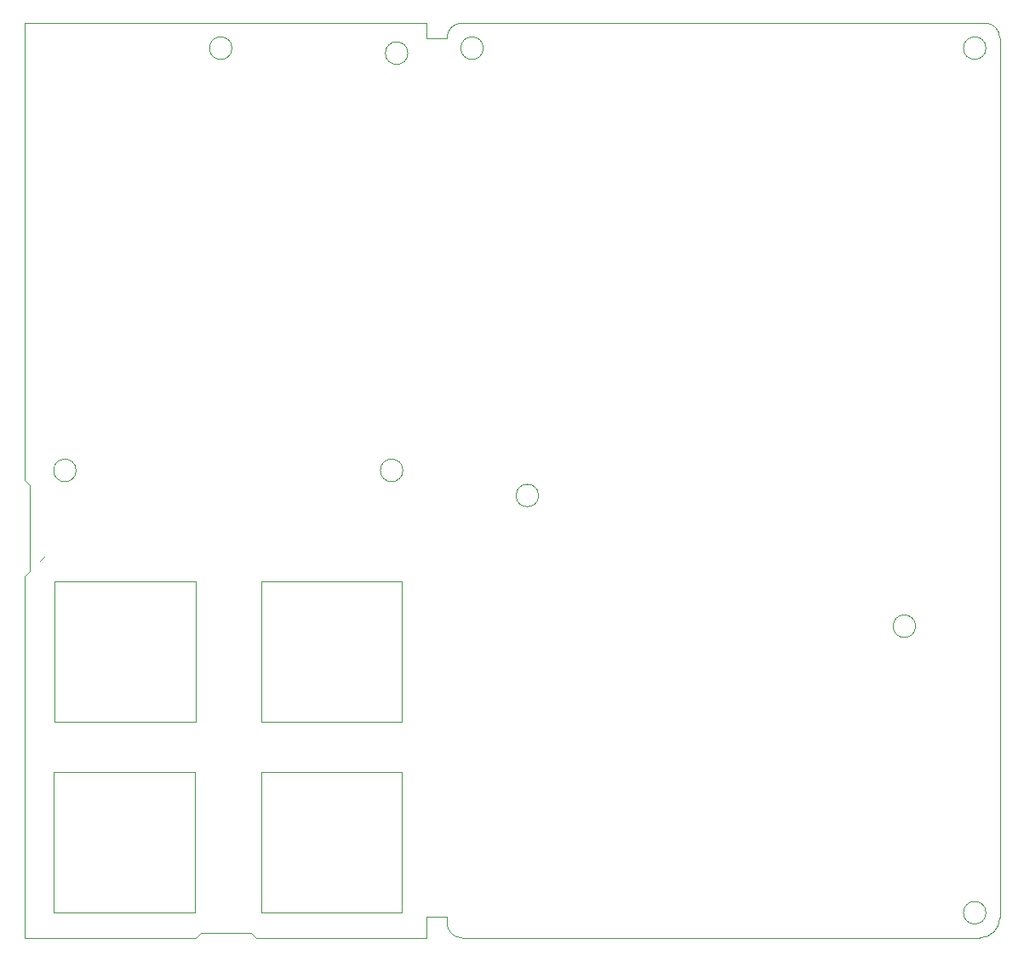
<source format=gbr>
G04 #@! TF.GenerationSoftware,KiCad,Pcbnew,(5.1.2)-2*
G04 #@! TF.CreationDate,2019-07-15T17:49:32+09:00*
G04 #@! TF.ProjectId,meishi,6d656973-6869-42e6-9b69-6361645f7063,rev?*
G04 #@! TF.SameCoordinates,Original*
G04 #@! TF.FileFunction,Profile,NP*
%FSLAX46Y46*%
G04 Gerber Fmt 4.6, Leading zero omitted, Abs format (unit mm)*
G04 Created by KiCad (PCBNEW (5.1.2)-2) date 2019-07-15 17:49:32*
%MOMM*%
%LPD*%
G04 APERTURE LIST*
%ADD10C,0.050000*%
G04 APERTURE END LIST*
D10*
X105000000Y-51000000D02*
X107000000Y-51000000D01*
X105000000Y-49500000D02*
X105000000Y-51000000D01*
X85618034Y-52000000D02*
G75*
G03X85618034Y-52000000I-1118034J0D01*
G01*
X153618034Y-109500000D02*
G75*
G03X153618034Y-109500000I-1118034J0D01*
G01*
X116118034Y-96500000D02*
G75*
G03X116118034Y-96500000I-1118034J0D01*
G01*
X110618034Y-52000000D02*
G75*
G03X110618034Y-52000000I-1118034J0D01*
G01*
X103118034Y-52500000D02*
G75*
G03X103118034Y-52500000I-1118034J0D01*
G01*
X102618034Y-94000000D02*
G75*
G03X102618034Y-94000000I-1118034J0D01*
G01*
X70118034Y-94000000D02*
G75*
G03X70118034Y-94000000I-1118034J0D01*
G01*
X160618034Y-52000000D02*
G75*
G03X160618034Y-52000000I-1118034J0D01*
G01*
X82500000Y-140000000D02*
X87500000Y-140000000D01*
X88000000Y-140500000D02*
X87500000Y-140000000D01*
X82500000Y-140000000D02*
X82000000Y-140500000D01*
X65000000Y-104500000D02*
X65500000Y-104000000D01*
X65000000Y-104500000D02*
X65000000Y-140500000D01*
X65000000Y-95000000D02*
X65500000Y-95500000D01*
X105000000Y-139500000D02*
X105000000Y-140500000D01*
X105000000Y-138400000D02*
X105000000Y-139500000D01*
X66500000Y-103000000D02*
X67000000Y-102500000D01*
X65500000Y-95500000D02*
X65500000Y-104000000D01*
X81900000Y-138000000D02*
X67900000Y-138000000D01*
X67900000Y-124000000D02*
X81900000Y-124000000D01*
X67900000Y-138000000D02*
X67900000Y-124000000D01*
X81900000Y-124000000D02*
X81900000Y-138000000D01*
X82000000Y-119000000D02*
X68000000Y-119000000D01*
X68000000Y-105000000D02*
X82000000Y-105000000D01*
X68000000Y-119000000D02*
X68000000Y-105000000D01*
X82000000Y-105000000D02*
X82000000Y-119000000D01*
X107000000Y-138400000D02*
X107000000Y-139000000D01*
X105000000Y-138400000D02*
X107000000Y-138400000D01*
X88000000Y-140500000D02*
X105000000Y-140500000D01*
X88500000Y-138000000D02*
X88500000Y-124000000D01*
X102500000Y-138000000D02*
X88500000Y-138000000D01*
X102500000Y-124000000D02*
X102500000Y-138000000D01*
X88500000Y-124000000D02*
X102500000Y-124000000D01*
X88500000Y-119000000D02*
X88500000Y-105000000D01*
X102500000Y-119000000D02*
X88500000Y-119000000D01*
X102500000Y-105000000D02*
X102500000Y-119000000D01*
X88500000Y-105000000D02*
X102500000Y-105000000D01*
X108500000Y-140500000D02*
G75*
G02X107000000Y-139000000I0J1500000D01*
G01*
X162000000Y-138500000D02*
G75*
G02X160000000Y-140500000I-2000000J0D01*
G01*
X160500000Y-49500000D02*
G75*
G02X162000000Y-51000000I0J-1500000D01*
G01*
X107000000Y-51000000D02*
G75*
G02X108500000Y-49500000I1500000J0D01*
G01*
X65000000Y-140500000D02*
X82000000Y-140500000D01*
X65000000Y-49500000D02*
X65000000Y-95000000D01*
X105000000Y-49500000D02*
X65000000Y-49500000D01*
X160618034Y-138000000D02*
G75*
G03X160618034Y-138000000I-1118034J0D01*
G01*
X160000000Y-140500000D02*
X108500000Y-140500000D01*
X162000000Y-51000000D02*
X162000000Y-138500000D01*
X108500000Y-49500000D02*
X160500000Y-49500000D01*
M02*

</source>
